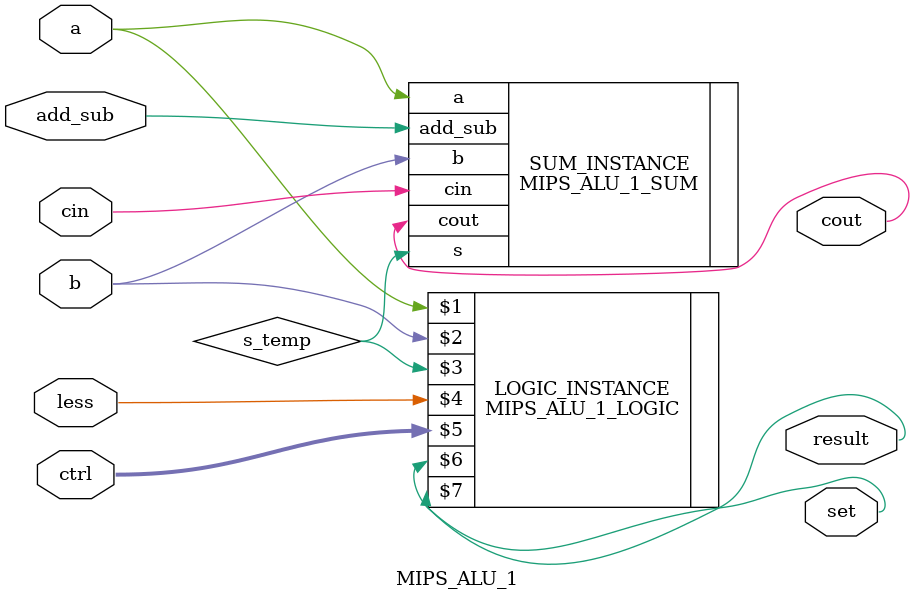
<source format=sv>
module MIPS_ALU_1(input logic a, b, cin, less, add_sub,
					 input logic[2:0] ctrl,
					 output logic result, cout, set);

	logic	s_temp;
	
	

	MIPS_ALU_1_SUM SUM_INSTANCE(.a(a), .b(b), .cin(cin), .add_sub(add_sub), 
										.s(s_temp), .cout(cout));
	
	MIPS_ALU_1_LOGIC LOGIC_INSTANCE(a, b, s_temp, less, ctrl, result, set);
					 
	
endmodule
		
</source>
